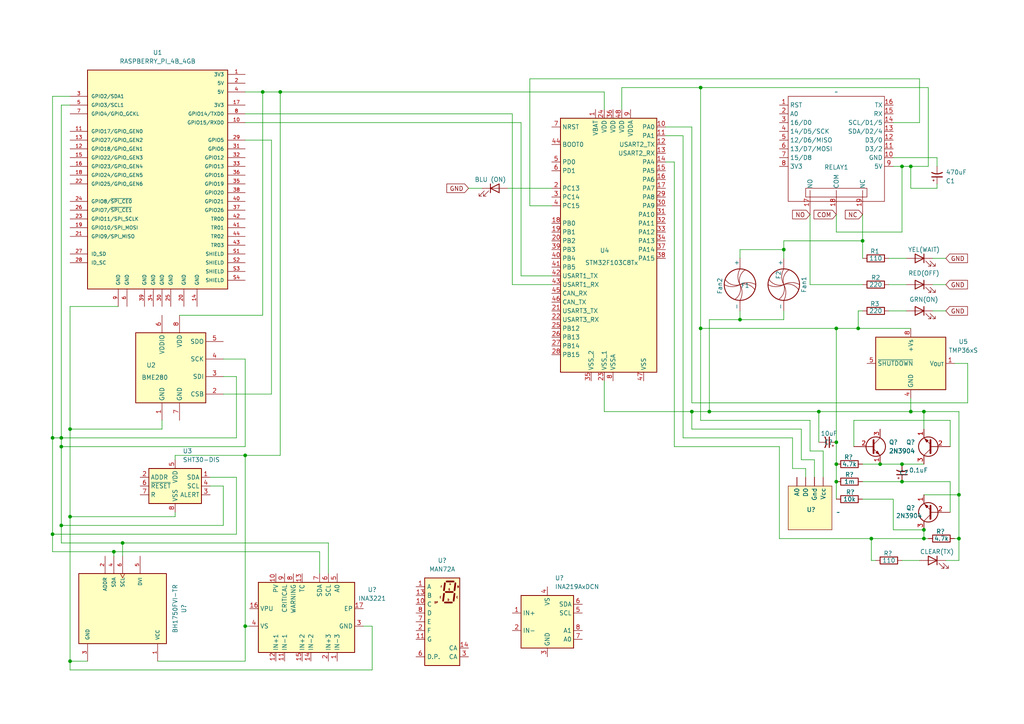
<source format=kicad_sch>
(kicad_sch (version 20231120) (generator "eeschema") (generator_version "8.0")
  (paper "A4")
  (lib_symbols
    (symbol "Device:C_Polarized_Small_US" (pin_numbers hide) (pin_names (offset 0.254) hide)
      (property "Reference" "C" (at 0.254 1.778 0))
      (property "Value" "C_Polarized_Small_US" (at 0.254 -2.032 0))
      (symbol "C_Polarized_Small_US_0_1"
        (polyline (pts (xy -1.524 0.508) (xy 1.524 0.508)) (stroke (width 0.3048)))
        (polyline (pts (xy -1.27 1.524) (xy -0.762 1.524)))
        (polyline (pts (xy -1.016 1.27) (xy -1.016 1.778)))
        (arc (start 1.524 -0.762) (mid 0 -0.3734) (end -1.524 -0.762) (stroke (width 0.3048)))
      )
      (symbol "C_Polarized_Small_US_1_1"
        (pin passive line (at 0 2.54 270) (length 2.032) (name "~") (number "1"))
        (pin passive line (at 0 -2.54 90) (length 2.032) (name "~") (number "2"))
      )
    )
    (symbol "Device:LED" (pin_numbers hide) (pin_names (offset 1.016) hide)
      (property "Reference" "D" (at 0 2.54 0))
      (property "Value" "LED" (at 0 -2.54 0))
      (symbol "LED_0_1"
        (polyline (pts (xy -1.27 -1.27) (xy -1.27 1.27)) (stroke (width 0.254)))
        (polyline (pts (xy -1.27 0) (xy 1.27 0)))
        (polyline (pts (xy 1.27 -1.27) (xy 1.27 1.27) (xy -1.27 0) (xy 1.27 -1.27)) (stroke (width 0.254)))
        (polyline (pts (xy -3.048 -0.762) (xy -4.572 -2.286) (xy -3.81 -2.286) (xy -4.572 -2.286) (xy -4.572 -1.524)))
        (polyline (pts (xy -1.778 -0.762) (xy -3.302 -2.286) (xy -2.54 -2.286) (xy -3.302 -2.286) (xy -3.302 -1.524)))
      )
      (symbol "LED_1_1"
        (pin passive line (at -3.81 0 0) (length 2.54) (name "K") (number "1"))
        (pin passive line (at 3.81 0 180) (length 2.54) (name "A") (number "2"))
      )
    )
    (symbol "Device:R" (pin_numbers hide) (pin_names (offset 0))
      (property "Reference" "R" (at 2.032 0 90))
      (property "Value" "R" (at 0 0 90))
      (symbol "R_0_1"
        (rectangle (start -1.016 -2.54) (end 1.016 2.54) (stroke (width 0.254)))
      )
      (symbol "R_1_1"
        (pin passive line (at 0 3.81 270) (length 1.27) (name "~") (number "1"))
        (pin passive line (at 0 -3.81 90) (length 1.27) (name "~") (number "2"))
      )
    )
    (symbol "Display_Character:MAN72A" (pin_names (offset 0.635))
      (property "Reference" "U" (at -2.54 13.97 0))
      (property "Value" "MAN72A" (at 2.794 -14.224 0))
      (symbol "MAN72A_0_0"
        (text "A" (at 2.286 10.922 0) (effects (font (size 0.508 0.508))))
        (text "B" (at 4.572 10.16 0) (effects (font (size 0.508 0.508))))
        (text "C" (at 4.318 7.112 0) (effects (font (size 0.508 0.508))))
        (text "D" (at 1.778 6.35 0) (effects (font (size 0.508 0.508))))
        (text "DP" (at -1.778 5.588 0) (effects (font (size 0.508 0.508))))
        (text "E" (at -0.508 7.112 0) (effects (font (size 0.508 0.508))))
        (text "F" (at -0.254 10.16 0) (effects (font (size 0.508 0.508))))
        (text "G" (at 2.032 9.398 0) (effects (font (size 0.508 0.508))))
      )
      (symbol "MAN72A_0_1"
        (rectangle (start -5.08 12.7) (end 5.08 -12.7) (stroke (width 0.254)) (fill (type background)))
        (polyline (pts (xy -0.762 5.588) (xy -0.762 5.588)) (stroke (width 0.508)))
        (polyline (pts (xy 0.508 8.128) (xy 0.254 6.096)) (stroke (width 0.508)))
        (polyline (pts (xy 0.762 5.588) (xy 2.794 5.588)) (stroke (width 0.508)))
        (polyline (pts (xy 0.762 11.176) (xy 0.508 9.144)) (stroke (width 0.508)))
        (polyline (pts (xy 1.016 8.636) (xy 3.048 8.636)) (stroke (width 0.508)))
        (polyline (pts (xy 1.27 11.684) (xy 3.302 11.684)) (stroke (width 0.508)))
        (polyline (pts (xy 3.556 8.128) (xy 3.302 6.096)) (stroke (width 0.508)))
        (polyline (pts (xy 3.81 11.176) (xy 3.556 9.144)) (stroke (width 0.508)))
      )
      (symbol "MAN72A_1_1"
        (pin input line (at -7.62 10.16 0) (length 2.54) (name "A") (number "1"))
        (pin input line (at -7.62 5.08 0) (length 2.54) (name "C") (number "10"))
        (pin input line (at -7.62 -5.08 0) (length 2.54) (name "G") (number "11"))
        (pin no_connect line (at 5.08 -5.08 180) (length 2.54) hide (name "NC") (number "12"))
        (pin input line (at -7.62 7.62 0) (length 2.54) (name "B") (number "13"))
        (pin input line (at 7.62 -7.62 180) (length 2.54) (name "CA") (number "14"))
        (pin input line (at -7.62 -2.54 0) (length 2.54) (name "F") (number "2"))
        (pin input line (at 7.62 -10.16 180) (length 2.54) (name "CA") (number "3"))
        (pin no_connect line (at 5.08 2.54 180) (length 2.54) hide (name "NC") (number "4"))
        (pin no_connect line (at 5.08 0 180) (length 2.54) hide (name "NC") (number "5"))
        (pin input line (at -7.62 -10.16 0) (length 2.54) (name "D.P.") (number "6"))
        (pin input line (at -7.62 0 0) (length 2.54) (name "E") (number "7"))
        (pin input line (at -7.62 2.54 0) (length 2.54) (name "D") (number "8"))
        (pin no_connect line (at 5.08 -2.54 180) (length 2.54) hide (name "NC") (number "9"))
      )
    )
    (symbol "MCU_ST_STM32F1:STM32F103C8Tx"
      (property "Reference" "U?" (at 4.7341 -38.1 0))
      (property "Value" "STM32F103C8Tx" (at -4.318 -20.066 0))
      (symbol "STM32F103C8Tx_0_1"
        (rectangle (start -12.7 38.1) (end 15.24 -35.56) (stroke (width 0.254)) (fill (type background)))
      )
      (symbol "STM32F103C8Tx_1_1"
        (pin power_in line (at -2.54 40.64 270) (length 2.54) (name "VBAT") (number "1"))
        (pin bidirectional line (at 17.78 35.56 180) (length 2.54) (name "PA0") (number "10"))
        (pin bidirectional line (at 17.78 33.02 180) (length 2.54) (name "PA1") (number "11"))
        (pin bidirectional line (at 17.78 30.48 180) (length 2.54) (name "PA2") (number "12") (alternate "USART2_TX" bidirectional line))
        (pin bidirectional line (at 17.78 27.94 180) (length 2.54) (name "PA3") (number "13") (alternate "USART2_RX" bidirectional line))
        (pin bidirectional line (at 17.78 25.4 180) (length 2.54) (name "PA4") (number "14"))
        (pin bidirectional line (at 17.78 22.86 180) (length 2.54) (name "PA5") (number "15"))
        (pin bidirectional line (at 17.78 20.32 180) (length 2.54) (name "PA6") (number "16"))
        (pin bidirectional line (at 17.78 17.78 180) (length 2.54) (name "PA7") (number "17"))
        (pin bidirectional line (at -15.24 7.62 0) (length 2.54) (name "PB0") (number "18"))
        (pin bidirectional line (at -15.24 5.08 0) (length 2.54) (name "PB1") (number "19"))
        (pin bidirectional line (at -15.24 17.78 0) (length 2.54) (name "PC13") (number "2"))
        (pin bidirectional line (at -15.24 2.54 0) (length 2.54) (name "PB2") (number "20"))
        (pin bidirectional line (at -15.24 -17.78 0) (length 2.54) (name "PB10") (number "21") (alternate "USART3_TX" bidirectional line))
        (pin bidirectional line (at -15.24 -20.32 0) (length 2.54) (name "PB11") (number "22") (alternate "USART3_RX" bidirectional line))
        (pin power_in line (at 0 -38.1 90) (length 2.54) (name "VSS_1") (number "23"))
        (pin power_in line (at 0 40.64 270) (length 2.54) (name "VDD") (number "24"))
        (pin bidirectional line (at -15.24 -22.86 0) (length 2.54) (name "PB12") (number "25"))
        (pin bidirectional line (at -15.24 -25.4 0) (length 2.54) (name "PB13") (number "26"))
        (pin bidirectional line (at -15.24 -27.94 0) (length 2.54) (name "PB14") (number "27"))
        (pin bidirectional line (at -15.24 -30.48 0) (length 2.54) (name "PB15") (number "28"))
        (pin bidirectional line (at 17.78 15.24 180) (length 2.54) (name "PA8") (number "29"))
        (pin bidirectional line (at -15.24 15.24 0) (length 2.54) (name "PC14") (number "3"))
        (pin bidirectional line (at 17.78 12.7 180) (length 2.54) (name "PA9") (number "30") (alternate "USART1_TX" bidirectional line))
        (pin bidirectional line (at 17.78 10.16 180) (length 2.54) (name "PA10") (number "31") (alternate "USART1_RX" bidirectional line))
        (pin bidirectional line (at 17.78 7.62 180) (length 2.54) (name "PA11") (number "32") (alternate "CAN_RX" bidirectional line))
        (pin bidirectional line (at 17.78 5.08 180) (length 2.54) (name "PA12") (number "33") (alternate "CAN_TX" bidirectional line))
        (pin bidirectional line (at 17.78 2.54 180) (length 2.54) (name "PA13") (number "34"))
        (pin power_in line (at -3.81 -38.1 90) (length 2.54) (name "VSS_2") (number "35"))
        (pin power_in line (at 2.54 40.64 270) (length 2.54) (name "VDD") (number "36"))
        (pin bidirectional line (at 17.78 0 180) (length 2.54) (name "PA14") (number "37"))
        (pin bidirectional line (at 17.78 -2.54 180) (length 2.54) (name "PA15") (number "38"))
        (pin bidirectional line (at -15.24 0 0) (length 2.54) (name "PB3") (number "39"))
        (pin bidirectional line (at -15.24 12.7 0) (length 2.54) (name "PC15") (number "4"))
        (pin bidirectional line (at -15.24 -2.54 0) (length 2.54) (name "PB4") (number "40"))
        (pin bidirectional line (at -15.24 -5.08 0) (length 2.54) (name "PB5") (number "41"))
        (pin bidirectional line (at -15.24 -7.62 0) (length 2.54) (name "PB6") (number "42") (alternate "USART1_TX" bidirectional line))
        (pin bidirectional line (at -15.24 -10.16 0) (length 2.54) (name "PB7") (number "43") (alternate "USART1_RX" bidirectional line))
        (pin input line (at -15.24 30.48 0) (length 2.54) (name "BOOT0") (number "44"))
        (pin bidirectional line (at -15.24 -12.7 0) (length 2.54) (name "PB8") (number "45") (alternate "CAN_RX" bidirectional line))
        (pin bidirectional line (at -15.24 -15.24 0) (length 2.54) (name "PB9") (number "46") (alternate "CAN_TX" bidirectional line))
        (pin power_in line (at 11.43 -38.1 90) (length 2.54) (name "VSS") (number "47"))
        (pin power_in line (at 5.08 40.64 270) (length 2.54) (name "VDD") (number "48"))
        (pin bidirectional line (at -15.24 25.4 0) (length 2.54) (name "PD0") (number "5"))
        (pin bidirectional line (at -15.24 22.86 0) (length 2.54) (name "PD1") (number "6"))
        (pin input line (at -15.24 35.56 0) (length 2.54) (name "NRST") (number "7"))
        (pin power_in line (at 2.54 -38.1 90) (length 2.54) (name "VSSA") (number "8"))
        (pin power_in line (at 7.62 40.64 270) (length 2.54) (name "VDDA") (number "9"))
      )
    )
    (symbol "Motor:Fan_ALT" (pin_numbers hide) (pin_names (offset 0))
      (property "Reference" "M" (at 3.81 5.08 0))
      (property "Value" "Fan_ALT" (at 3.81 2.54 0))
      (symbol "Fan_ALT_0_1"
        (arc (start -4.572 0) (mid -2.286 -0.5988) (end 0 0))
        (arc (start -4.318 1.524) (mid -2.4153 0.0291) (end 0 0))
        (arc (start -1.524 -4.318) (mid -0.0291 -2.4153) (end 0 0))
        (arc (start 0 -4.572) (mid 0.5988 -2.286) (end 0 0))
        (polyline (pts (xy 0 -5.08) (xy 0 -4.572)))
        (polyline (pts (xy 0 4.572) (xy 0 5.08)))
        (circle (center 0 0) (radius 4.572) (stroke (width 0.254)))
        (arc (start 0 4.572) (mid -0.5988 2.286) (end 0 0))
        (arc (start 1.524 4.318) (mid 0.0291 2.4153) (end 0 0))
        (arc (start 4.318 -1.524) (mid 2.4153 -0.0291) (end 0 0))
        (arc (start 4.572 0) (mid 2.286 0.5988) (end 0 0))
      )
      (symbol "Fan_ALT_1_1"
        (pin passive line (at 0 7.62 270) (length 2.54) (name "+") (number "1"))
        (pin passive line (at 0 -7.62 90) (length 2.54) (name "-") (number "2"))
      )
    )
    (symbol "Power_Management:INA3221"
      (property "Reference" "U" (at -10.16 17.78 0))
      (property "Value" "INA3221" (at 5.08 17.78 0))
      (symbol "INA3221_0_1"
        (rectangle (start 10.16 -12.7) (end -10.16 15.24) (stroke (width 0.254)) (fill (type background)))
      )
      (symbol "INA3221_1_1"
        (pin input line (at -12.7 -7.62 0) (length 2.54) (name "IN-3") (number "1"))
        (pin open_collector line (at 12.7 10.16 180) (length 2.54) (name "PV") (number "10"))
        (pin input line (at -12.7 7.62 0) (length 2.54) (name "IN-1") (number "11"))
        (pin input line (at -12.7 10.16 0) (length 2.54) (name "IN+1") (number "12"))
        (pin open_collector line (at 12.7 2.54 180) (length 2.54) (name "TC") (number "13"))
        (pin input line (at -12.7 0 0) (length 2.54) (name "IN-2") (number "14"))
        (pin input line (at -12.7 2.54 0) (length 2.54) (name "IN+2") (number "15"))
        (pin power_in line (at 2.54 17.78 270) (length 2.54) (name "VPU") (number "16"))
        (pin passive line (at 2.54 -15.24 90) (length 2.54) (name "EP") (number "17"))
        (pin input line (at -12.7 -5.08 0) (length 2.54) (name "IN+3") (number "2"))
        (pin power_in line (at -2.54 -15.24 90) (length 2.54) (name "GND") (number "3"))
        (pin power_in line (at -2.54 17.78 270) (length 2.54) (name "VS") (number "4"))
        (pin input line (at 12.7 -7.62 180) (length 2.54) (name "A0") (number "5"))
        (pin input line (at 12.7 -5.08 180) (length 2.54) (name "SCL") (number "6"))
        (pin bidirectional line (at 12.7 -2.54 180) (length 2.54) (name "SDA") (number "7"))
        (pin open_collector line (at 12.7 5.08 180) (length 2.54) (name "WARNING") (number "8"))
        (pin open_collector line (at 12.7 7.62 180) (length 2.54) (name "CRITICAL") (number "9"))
      )
    )
    (symbol "Sensor:BME280"
      (property "Reference" "U" (at -8.89 11.43 0))
      (property "Value" "BME280" (at 7.62 11.43 0))
      (symbol "BME280_0_1"
        (rectangle (start -10.16 10.16) (end 10.16 -10.16) (stroke (width 0.254)) (fill (type background)))
      )
      (symbol "BME280_1_1"
        (pin power_in line (at -2.54 -15.24 90) (length 5.08) (name "GND") (number "1"))
        (pin input line (at 15.24 -7.62 180) (length 5.08) (name "CSB") (number "2"))
        (pin bidirectional line (at 15.24 -2.54 180) (length 5.08) (name "SDI") (number "3"))
        (pin input line (at 15.24 2.54 180) (length 5.08) (name "SCK") (number "4"))
        (pin bidirectional line (at 15.24 7.62 180) (length 5.08) (name "SDO") (number "5"))
        (pin power_in line (at -2.54 15.24 270) (length 5.08) (name "VDDIO") (number "6"))
        (pin power_in line (at 2.54 -15.24 90) (length 5.08) (name "GND") (number "7"))
        (pin power_in line (at 2.54 15.24 270) (length 5.08) (name "VDD") (number "8"))
      )
    )
    (symbol "Sensor_Energy:INA219AxDCN"
      (property "Reference" "U" (at -6.35 8.89 0))
      (property "Value" "INA219AxDCN" (at 6.35 8.89 0))
      (symbol "INA219AxDCN_0_1"
        (rectangle (start -7.62 7.62) (end 7.62 -7.62) (stroke (width 0.254)) (fill (type background)))
      )
      (symbol "INA219AxDCN_1_1"
        (pin input line (at -10.16 2.54 0) (length 2.54) (name "IN+") (number "1"))
        (pin input line (at -10.16 -2.54 0) (length 2.54) (name "IN-") (number "2"))
        (pin power_in line (at 0 -10.16 90) (length 2.54) (name "GND") (number "3"))
        (pin power_in line (at 0 10.16 270) (length 2.54) (name "VS") (number "4"))
        (pin input line (at 10.16 2.54 180) (length 2.54) (name "SCL") (number "5"))
        (pin bidirectional line (at 10.16 5.08 180) (length 2.54) (name "SDA") (number "6"))
        (pin input line (at 10.16 -5.08 180) (length 2.54) (name "A0") (number "7"))
        (pin input line (at 10.16 -2.54 180) (length 2.54) (name "A1") (number "8"))
      )
    )
    (symbol "Sensor_Humidity:SHT30-DIS"
      (property "Reference" "U" (at -6.35 6.35 0))
      (property "Value" "SHT30-DIS" (at 6.35 6.35 0))
      (symbol "SHT30-DIS_0_1"
        (rectangle (start -7.62 5.08) (end 7.62 -5.08) (stroke (width 0.254)) (fill (type background)))
      )
      (symbol "SHT30-DIS_1_1"
        (pin bidirectional line (at 10.16 2.54 180) (length 2.54) (name "SDA") (number "1"))
        (pin input line (at -10.16 2.54 0) (length 2.54) (name "ADDR") (number "2"))
        (pin output line (at 10.16 -2.54 180) (length 2.54) (name "ALERT") (number "3"))
        (pin input line (at 10.16 0 180) (length 2.54) (name "SCL") (number "4"))
        (pin power_in line (at 0 7.62 270) (length 2.54) (name "VDD") (number "5"))
        (pin input line (at -10.16 0 0) (length 2.54) (name "~{RESET}") (number "6"))
        (pin passive line (at -10.16 -2.54 0) (length 2.54) (name "R") (number "7"))
        (pin power_in line (at 0 -7.62 90) (length 2.54) (name "VSS") (number "8"))
        (pin passive line (at 0 -7.62 90) (length 2.54) hide (name "VSS") (number "9"))
      )
    )
    (symbol "Sensor_Temperature:TMP36xS"
      (property "Reference" "U" (at -8.89 8.89 0))
      (property "Value" "TMP36xS" (at 6.35 -8.89 0))
      (symbol "TMP36xS_0_1"
        (rectangle (start -10.16 7.62) (end 10.16 -7.62) (stroke (width 0.254)) (fill (type background)))
      )
      (symbol "TMP36xS_1_1"
        (pin output line (at 12.7 0 180) (length 2.54) (name "V_{OUT}") (number "1"))
        (pin power_in line (at 0 -10.16 90) (length 2.54) (name "GND") (number "4"))
        (pin input line (at -12.7 0 0) (length 2.54) (name "~{SHUTDOWN}") (number "5"))
        (pin power_in line (at 0 10.16 270) (length 2.54) (name "+Vs") (number "8"))
      )
    )
    (symbol "Transistor_BJT:2N3904" (pin_names (offset 0) hide)
      (property "Reference" "Q" (at 5.08 1.905 0))
      (property "Value" "2N3904" (at 5.08 0 0))
      (symbol "2N3904_0_1"
        (polyline (pts (xy 0.635 0.635) (xy 2.54 2.54)))
        (polyline (pts (xy 0.635 -0.635) (xy 2.54 -2.54) (xy 2.54 -2.54)))
        (polyline (pts (xy 0.635 1.905) (xy 0.635 -1.905) (xy 0.635 -1.905)) (stroke (width 0.508)))
        (polyline (pts (xy 1.27 -1.778) (xy 1.778 -1.27) (xy 2.286 -2.286) (xy 1.27 -1.778) (xy 1.27 -1.778)) (fill (type outline)))
        (circle (center 1.27 0) (radius 2.8194) (stroke (width 0.254)))
      )
      (symbol "2N3904_1_1"
        (pin passive line (at 2.54 -5.08 90) (length 2.54) (name "E") (number "1"))
        (pin passive line (at -5.08 0 0) (length 5.715) (name "B") (number "2"))
        (pin passive line (at 2.54 5.08 270) (length 2.54) (name "C") (number "3"))
      )
    )
    (symbol "my_parts:BH1750FVI-TR" (pin_names (offset 1.016))
      (property "Reference" "U" (at -10.1737 13.462 0))
      (property "Value" "BH1750FVI-TR" (at -9.922 -15.24 0))
      (symbol "BH1750FVI-TR_0_0"
        (rectangle (start -10.16 -12.7) (end 10.16 12.7) (stroke (width 0.254)) (fill (type background)))
        (pin power_in line (at 15.24 10.16 180) (length 5.08) (name "VCC") (number "1"))
        (pin input line (at -15.24 -5.08 0) (length 5.08) (name "ADDR") (number "2"))
        (pin power_in line (at 15.24 -10.16 180) (length 5.08) (name "GND") (number "3"))
        (pin bidirectional line (at -15.24 -2.54 0) (length 5.08) (name "SDA") (number "4"))
        (pin input line (at -15.24 5.08 0) (length 5.08) (name "DVI") (number "5"))
        (pin input clock (at -15.24 0 0) (length 5.08) (name "SCL") (number "6"))
      )
    )
    (symbol "my_parts:MQ-6-FF"
      (property "Reference" "U" (at 0 0 0))
      (symbol "MQ-6-FF_1_1"
        (rectangle (start -6.35 6.35) (end 6.35 -6.35) (fill (type background)))
        (pin output line (at -8.89 -3.81 0) (length 2.54) (name "A0") (number ""))
        (pin output line (at -8.89 -1.27 0) (length 2.54) (name "D0") (number ""))
        (pin input line (at -8.89 1.27 0) (length 2.54) (name "Gnd") (number ""))
        (pin input line (at -8.89 3.81 0) (length 2.54) (name "Vcc") (number ""))
      )
    )
    (symbol "my_parts:RASPBERRY_PI_4B_4GB" (pin_names (offset 1.016))
      (property "Reference" "U?" (at 0 38.1 0))
      (property "Value" "RASPBERRY_PI_4B_4GB" (at 0 35.56 0))
      (symbol "RASPBERRY_PI_4B_4GB_0_0"
        (rectangle (start -20.32 33.02) (end 20.32 -30.48) (stroke (width 0.254)) (fill (type background)))
        (pin power_in line (at 25.4 31.75 180) (length 5.08) (name "3V3") (number "1"))
        (pin bidirectional line (at 25.4 17.78 180) (length 5.08) (name "GPIO15/RXD0") (number "10"))
        (pin bidirectional line (at -25.4 15.24 0) (length 5.08) (name "GPIO17/GPIO_GEN0") (number "11"))
        (pin bidirectional line (at -25.4 10.16 0) (length 5.08) (name "GPIO18/GPIO_GEN1") (number "12"))
        (pin bidirectional line (at -25.4 12.7 0) (length 5.08) (name "GPIO27/GPIO_GEN2") (number "13"))
        (pin power_in line (at 11.43 -35.56 90) (length 5.08) (name "GND") (number "14"))
        (pin bidirectional line (at -25.4 7.62 0) (length 5.08) (name "GPIO22/GPIO_GEN3") (number "15"))
        (pin bidirectional line (at -25.4 5.08 0) (length 5.08) (name "GPIO23/GPIO_GEN4") (number "16"))
        (pin power_in line (at 25.4 22.86 180) (length 5.08) (name "3V3") (number "17"))
        (pin bidirectional line (at -25.4 2.54 0) (length 5.08) (name "GPIO24/GPIO_GEN5") (number "18"))
        (pin bidirectional line (at -25.4 -12.7 0) (length 5.08) (name "GPIO10/SPI_MOSI") (number "19"))
        (pin power_in line (at 7.62 -35.56 90) (length 5.08) (name "GND") (number "20"))
        (pin bidirectional line (at -25.4 -15.24 0) (length 5.08) (name "GPIO9/SPI_MISO") (number "21"))
        (pin bidirectional line (at -25.4 0 0) (length 5.08) (name "GPIO25/GPIO_GEN6") (number "22"))
        (pin bidirectional line (at -25.4 -10.16 0) (length 5.08) (name "GPIO11/SPI_SCLK") (number "23"))
        (pin bidirectional line (at -25.4 -5.08 0) (length 5.08) (name "GPIO8/~{SPI_CE0}") (number "24"))
        (pin power_in line (at 3.81 -35.56 90) (length 5.08) (name "GND") (number "25"))
        (pin bidirectional line (at -25.4 -7.62 0) (length 5.08) (name "GPIO7/~{SPI_CE1}") (number "26"))
        (pin bidirectional line (at -25.4 -20.32 0) (length 5.08) (name "ID_SD") (number "27"))
        (pin bidirectional line (at -25.4 -22.86 0) (length 5.08) (name "ID_SC") (number "28"))
        (pin bidirectional line (at 25.4 12.7 180) (length 5.08) (name "GPIO5") (number "29"))
        (pin bidirectional line (at -25.4 25.4 0) (length 5.08) (name "GPIO2/SDA1") (number "3"))
        (pin power_in line (at 1.27 -35.56 90) (length 5.08) (name "GND") (number "30"))
        (pin bidirectional line (at 25.4 10.16 180) (length 5.08) (name "GPIO6") (number "31"))
        (pin bidirectional line (at 25.4 7.62 180) (length 5.08) (name "GPIO12") (number "32"))
        (pin bidirectional line (at 25.4 5.08 180) (length 5.08) (name "GPIO13") (number "33"))
        (pin power_in line (at -1.27 -35.56 90) (length 5.08) (name "GND") (number "34"))
        (pin bidirectional line (at 25.4 0 180) (length 5.08) (name "GPIO19") (number "35"))
        (pin bidirectional line (at 25.4 2.54 180) (length 5.08) (name "GPIO16") (number "36"))
        (pin bidirectional line (at 25.4 -7.62 180) (length 5.08) (name "GPIO26") (number "37"))
        (pin bidirectional line (at 25.4 -2.54 180) (length 5.08) (name "GPIO20") (number "38"))
        (pin power_in line (at -3.81 -35.56 90) (length 5.08) (name "GND") (number "39"))
        (pin power_in line (at 25.4 26.67 180) (length 5.08) (name "5V") (number "4"))
        (pin bidirectional line (at 25.4 -5.08 180) (length 5.08) (name "GPIO21") (number "40"))
        (pin bidirectional line (at 25.4 -12.7 180) (length 5.08) (name "TR01") (number "41"))
        (pin bidirectional line (at 25.4 -10.16 180) (length 5.08) (name "TR00") (number "42"))
        (pin bidirectional line (at 25.4 -17.78 180) (length 5.08) (name "TR03") (number "43"))
        (pin bidirectional line (at 25.4 -15.24 180) (length 5.08) (name "TR02") (number "44"))
        (pin bidirectional line (at -25.4 22.86 0) (length 5.08) (name "GPIO3/SCL1") (number "5"))
        (pin power_in line (at -8.89 -35.56 90) (length 5.08) (name "GND") (number "6"))
        (pin bidirectional line (at -25.4 20.32 0) (length 5.08) (name "GPIO4/GPIO_GCKL") (number "7"))
        (pin bidirectional line (at 25.4 20.32 180) (length 5.08) (name "GPIO14/TXD0") (number "8"))
        (pin power_in line (at -11.43 -35.56 90) (length 5.08) (name "GND") (number "9"))
        (pin power_in line (at 25.4 -22.86 180) (length 5.08) (name "SHIELD") (number "S2"))
        (pin power_in line (at 25.4 -25.4 180) (length 5.08) (name "SHIELD") (number "S3"))
        (pin power_in line (at 25.4 -27.94 180) (length 5.08) (name "SHIELD") (number "S4"))
      )
      (symbol "RASPBERRY_PI_4B_4GB_1_0"
        (pin power_in line (at 25.4 29.21 180) (length 5.08) (name "5V") (number "2"))
        (pin power_in line (at 25.4 -20.32 180) (length 5.08) (name "SHIELD") (number "S1"))
      )
    )
    (symbol "my_parts:wemos_relay"
      (property "Reference" "D1" (at 0 0 0))
      (symbol "wemos_relay_0_1"
        (rectangle (start -13.97 15.24) (end 13.97 -15.24))
        (rectangle (start -8.89 -11.43) (end 8.89 -13.97))
      )
      (symbol "wemos_relay_1_1"
        (pin input line (at -16.51 12.7 0) (length 2.54) (name "RST") (number "1"))
        (pin input line (at 16.51 -2.54 180) (length 2.54) (name "GND") (number "10"))
        (pin input line (at 16.51 0 180) (length 2.54) (name "D3/2") (number "11"))
        (pin input line (at 16.51 2.54 180) (length 2.54) (name "D3/0") (number "12"))
        (pin input line (at 16.51 5.08 180) (length 2.54) (name "SDA/D2/4") (number "13"))
        (pin input line (at 16.51 7.62 180) (length 2.54) (name "SCL/D1/5") (number "14"))
        (pin input line (at 16.51 10.16 180) (length 2.54) (name "RX") (number "15"))
        (pin input line (at 16.51 12.7 180) (length 2.54) (name "TX") (number "16"))
        (pin input line (at -7.62 -19.05 90) (length 7) (name "NO") (number "17"))
        (pin input line (at 0 -19.05 90) (length 7) (name "COM") (number "18"))
        (pin input line (at 7.62 -19.05 90) (length 7) (name "NC") (number "19"))
        (pin input line (at -16.51 10.16 0) (length 2.54) (name "A0") (number "2"))
        (pin input line (at -16.51 7.62 0) (length 2.54) (name "16/D0") (number "3"))
        (pin input line (at -16.51 5.08 0) (length 2.54) (name "14/D5/SCK") (number "4"))
        (pin input line (at -16.51 2.54 0) (length 2.54) (name "12/D6/MISO") (number "5"))
        (pin input line (at -16.51 0 0) (length 2.54) (name "13/D7/MOSI") (number "6"))
        (pin input line (at -16.51 -2.54 0) (length 2.54) (name "15/D8") (number "7"))
        (pin input line (at -16.51 -5.08 0) (length 2.54) (name "3V3") (number "8"))
        (pin input line (at 16.51 -5.08 180) (length 2.54) (name "5V") (number "9"))
      )
    )
  )
  (junction (at 20.32 124.46))
  (junction (at 203.2 95.25))
  (junction (at 71.12 181.61))
  (junction (at 15.24 127))
  (junction (at 200.66 119.38))
  (junction (at 267.97 153.67))
  (junction (at 261.62 139.7))
  (junction (at 278.13 143.51))
  (junction (at 203.2 25.4))
  (junction (at 15.24 154.94))
  (junction (at 20.32 191.77))
  (junction (at 267.97 119.38))
  (junction (at 214.63 92.71))
  (junction (at 264.16 119.38))
  (junction (at 278.13 156.21))
  (junction (at 33.02 160.02))
  (junction (at 255.27 134.62))
  (junction (at 20.32 149.86))
  (junction (at 261.62 134.62))
  (junction (at 248.92 95.25))
  (junction (at 242.57 128.27))
  (junction (at 17.78 152.4))
  (junction (at 227.33 72.39))
  (junction (at 242.57 134.62))
  (junction (at 267.97 156.21))
  (junction (at 17.78 129.54))
  (junction (at 242.57 95.25))
  (junction (at 264.16 48.26))
  (junction (at 81.28 26.67))
  (junction (at 261.62 48.26))
  (junction (at 17.78 127))
  (junction (at 76.2 26.67))
  (junction (at 242.57 139.7))
  (junction (at 205.74 119.38))
  (junction (at 250.19 69.85))
  (junction (at 237.49 119.38))
  (junction (at 252.73 156.21))
  (junction (at 35.56 157.48))
  (junction (at 71.12 132.08))
  (wire (pts (xy 71.12 33.02) (xy 148.59 33.02)))
  (wire (pts (xy 50.8 132.08) (xy 50.8 133.35)))
  (wire (pts (xy 259.08 45.72) (xy 271.78 45.72)))
  (wire (pts (xy 20.32 124.46) (xy 46.99 124.46)))
  (wire (pts (xy 262.89 82.55) (xy 257.81 82.55)))
  (wire (pts (xy 200.66 119.38) (xy 205.74 119.38)))
  (wire (pts (xy 242.57 67.31) (xy 242.57 62.23)))
  (wire (pts (xy 232.41 133.35) (xy 236.22 133.35)))
  (wire (pts (xy 71.12 181.61) (xy 71.12 191.77)))
  (wire (pts (xy 254 162.56) (xy 252.73 162.56)))
  (wire (pts (xy 64.77 140.97) (xy 64.77 152.4)))
  (wire (pts (xy 148.59 82.55) (xy 160.02 82.55)))
  (wire (pts (xy 233.68 138.43) (xy 233.68 135.89)))
  (wire (pts (xy 33.02 160.02) (xy 15.24 160.02)))
  (wire (pts (xy 203.2 25.4) (xy 180.34 25.4)))
  (wire (pts (xy 242.57 128.27) (xy 242.57 134.62)))
  (wire (pts (xy 266.7 22.86) (xy 266.7 35.56)))
  (wire (pts (xy 81.28 132.08) (xy 71.12 132.08)))
  (wire (pts (xy 200.66 116.84) (xy 280.67 116.84)))
  (wire (pts (xy 264.16 54.61) (xy 264.16 48.26)))
  (wire (pts (xy 227.33 69.85) (xy 227.33 72.39)))
  (wire (pts (xy 147.32 54.61) (xy 160.02 54.61)))
  (wire (pts (xy 71.12 129.54) (xy 17.78 129.54)))
  (wire (pts (xy 81.28 26.67) (xy 175.26 26.67)))
  (wire (pts (xy 20.32 88.9) (xy 34.29 88.9)))
  (wire (pts (xy 262.89 74.93) (xy 257.81 74.93)))
  (wire (pts (xy 250.19 69.85) (xy 250.19 74.93)))
  (wire (pts (xy 46.99 121.92) (xy 46.99 124.46)))
  (wire (pts (xy 195.58 46.99) (xy 193.04 46.99)))
  (wire (pts (xy 250.19 144.78) (xy 259.08 144.78)))
  (wire (pts (xy 274.32 82.55) (xy 270.51 82.55)))
  (wire (pts (xy 255.27 134.62) (xy 261.62 134.62)))
  (wire (pts (xy 153.67 59.69) (xy 153.67 22.86)))
  (wire (pts (xy 259.08 144.78) (xy 259.08 153.67)))
  (wire (pts (xy 200.66 119.38) (xy 200.66 124.46)))
  (wire (pts (xy 280.67 105.41) (xy 276.86 105.41)))
  (wire (pts (xy 17.78 157.48) (xy 17.78 152.4)))
  (wire (pts (xy 214.63 72.39) (xy 214.63 74.93)))
  (wire (pts (xy 17.78 30.48) (xy 20.32 30.48)))
  (wire (pts (xy 248.92 90.17) (xy 248.92 95.25)))
  (wire (pts (xy 276.86 156.21) (xy 278.13 156.21)))
  (wire (pts (xy 20.32 27.94) (xy 15.24 27.94)))
  (wire (pts (xy 274.32 74.93) (xy 270.51 74.93)))
  (wire (pts (xy 20.32 149.86) (xy 50.8 149.86)))
  (wire (pts (xy 35.56 157.48) (xy 95.25 157.48)))
  (wire (pts (xy 227.33 90.17) (xy 227.33 92.71)))
  (wire (pts (xy 107.95 181.61) (xy 107.95 194.31)))
  (wire (pts (xy 151.13 35.56) (xy 71.12 35.56)))
  (wire (pts (xy 160.02 59.69) (xy 153.67 59.69)))
  (wire (pts (xy 278.13 143.51) (xy 278.13 156.21)))
  (wire (pts (xy 76.2 26.67) (xy 81.28 26.67)))
  (wire (pts (xy 20.32 194.31) (xy 20.32 191.77)))
  (wire (pts (xy 76.2 91.44) (xy 76.2 26.67)))
  (wire (pts (xy 214.63 72.39) (xy 227.33 72.39)))
  (wire (pts (xy 262.89 90.17) (xy 257.81 90.17)))
  (wire (pts (xy 71.12 132.08) (xy 71.12 181.61)))
  (wire (pts (xy 78.74 40.64) (xy 71.12 40.64)))
  (wire (pts (xy 68.58 154.94) (xy 68.58 138.43)))
  (wire (pts (xy 148.59 33.02) (xy 148.59 82.55)))
  (wire (pts (xy 250.19 62.23) (xy 250.19 69.85)))
  (wire (pts (xy 237.49 119.38) (xy 237.49 128.27)))
  (wire (pts (xy 71.12 132.08) (xy 50.8 132.08)))
  (wire (pts (xy 71.12 191.77) (xy 45.72 191.77)))
  (wire (pts (xy 20.32 149.86) (xy 20.32 191.77)))
  (wire (pts (xy 248.92 95.25) (xy 264.16 95.25)))
  (wire (pts (xy 15.24 160.02) (xy 15.24 154.94)))
  (wire (pts (xy 193.04 39.37) (xy 198.12 39.37)))
  (wire (pts (xy 278.13 119.38) (xy 267.97 119.38)))
  (wire (pts (xy 267.97 119.38) (xy 267.97 124.46)))
  (wire (pts (xy 68.58 109.22) (xy 64.77 109.22)))
  (wire (pts (xy 203.2 95.25) (xy 203.2 121.92)))
  (wire (pts (xy 71.12 104.14) (xy 71.12 129.54)))
  (wire (pts (xy 238.76 138.43) (xy 238.76 130.81)))
  (wire (pts (xy 107.95 194.31) (xy 20.32 194.31)))
  (wire (pts (xy 71.12 104.14) (xy 64.77 104.14)))
  (wire (pts (xy 20.32 149.86) (xy 20.32 124.46)))
  (wire (pts (xy 269.24 25.4) (xy 269.24 48.26)))
  (wire (pts (xy 33.02 161.29) (xy 33.02 160.02)))
  (wire (pts (xy 278.13 162.56) (xy 274.32 162.56)))
  (wire (pts (xy 68.58 127) (xy 17.78 127)))
  (wire (pts (xy 250.19 134.62) (xy 255.27 134.62)))
  (wire (pts (xy 261.62 48.26) (xy 261.62 67.31)))
  (wire (pts (xy 20.32 88.9) (xy 20.32 124.46)))
  (wire (pts (xy 60.96 140.97) (xy 64.77 140.97)))
  (wire (pts (xy 195.58 129.54) (xy 195.58 46.99)))
  (wire (pts (xy 242.57 134.62) (xy 242.57 139.7)))
  (wire (pts (xy 151.13 80.01) (xy 160.02 80.01)))
  (wire (pts (xy 15.24 127) (xy 15.24 154.94)))
  (wire (pts (xy 71.12 26.67) (xy 76.2 26.67)))
  (wire (pts (xy 17.78 127) (xy 17.78 30.48)))
  (wire (pts (xy 17.78 152.4) (xy 17.78 129.54)))
  (wire (pts (xy 234.95 62.23) (xy 234.95 82.55)))
  (wire (pts (xy 247.65 129.54) (xy 247.65 121.92)))
  (wire (pts (xy 15.24 27.94) (xy 15.24 127)))
  (wire (pts (xy 271.78 54.61) (xy 271.78 53.34)))
  (wire (pts (xy 271.78 45.72) (xy 271.78 48.26)))
  (wire (pts (xy 175.26 110.49) (xy 175.26 119.38)))
  (wire (pts (xy 205.74 92.71) (xy 214.63 92.71)))
  (wire (pts (xy 242.57 67.31) (xy 261.62 67.31)))
  (wire (pts (xy 264.16 119.38) (xy 267.97 119.38)))
  (wire (pts (xy 275.59 121.92) (xy 275.59 129.54)))
  (wire (pts (xy 175.26 26.67) (xy 175.26 31.75)))
  (wire (pts (xy 248.92 95.25) (xy 242.57 95.25)))
  (wire (pts (xy 267.97 143.51) (xy 278.13 143.51)))
  (wire (pts (xy 227.33 69.85) (xy 250.19 69.85)))
  (wire (pts (xy 233.68 135.89) (xy 229.87 135.89)))
  (wire (pts (xy 193.04 36.83) (xy 200.66 36.83)))
  (wire (pts (xy 35.56 161.29) (xy 35.56 157.48)))
  (wire (pts (xy 20.32 191.77) (xy 25.4 191.77)))
  (wire (pts (xy 261.62 134.62) (xy 267.97 134.62)))
  (wire (pts (xy 180.34 25.4) (xy 180.34 31.75)))
  (wire (pts (xy 95.25 166.37) (xy 95.25 157.48)))
  (wire (pts (xy 237.49 119.38) (xy 264.16 119.38)))
  (wire (pts (xy 234.95 121.92) (xy 203.2 121.92)))
  (wire (pts (xy 264.16 48.26) (xy 269.24 48.26)))
  (wire (pts (xy 203.2 25.4) (xy 269.24 25.4)))
  (wire (pts (xy 247.65 121.92) (xy 275.59 121.92)))
  (wire (pts (xy 214.63 90.17) (xy 214.63 92.71)))
  (wire (pts (xy 250.19 139.7) (xy 261.62 139.7)))
  (wire (pts (xy 236.22 133.35) (xy 236.22 138.43)))
  (wire (pts (xy 278.13 156.21) (xy 278.13 162.56)))
  (wire (pts (xy 275.59 139.7) (xy 261.62 139.7)))
  (wire (pts (xy 50.8 149.86) (xy 50.8 148.59)))
  (wire (pts (xy 264.16 115.57) (xy 264.16 119.38)))
  (wire (pts (xy 259.08 48.26) (xy 261.62 48.26)))
  (wire (pts (xy 105.41 181.61) (xy 107.95 181.61)))
  (wire (pts (xy 278.13 119.38) (xy 278.13 143.51)))
  (wire (pts (xy 198.12 127) (xy 229.87 127)))
  (wire (pts (xy 234.95 130.81) (xy 234.95 121.92)))
  (wire (pts (xy 242.57 95.25) (xy 242.57 128.27)))
  (wire (pts (xy 226.06 156.21) (xy 226.06 129.54)))
  (wire (pts (xy 33.02 160.02) (xy 92.71 160.02)))
  (wire (pts (xy 242.57 139.7) (xy 242.57 144.78)))
  (wire (pts (xy 252.73 156.21) (xy 267.97 156.21)))
  (wire (pts (xy 68.58 138.43) (xy 60.96 138.43)))
  (wire (pts (xy 135.89 54.61) (xy 139.7 54.61)))
  (wire (pts (xy 259.08 153.67) (xy 267.97 153.67)))
  (wire (pts (xy 261.62 48.26) (xy 264.16 48.26)))
  (wire (pts (xy 275.59 139.7) (xy 275.59 148.59)))
  (wire (pts (xy 92.71 166.37) (xy 92.71 160.02)))
  (wire (pts (xy 267.97 153.67) (xy 267.97 156.21)))
  (wire (pts (xy 226.06 156.21) (xy 252.73 156.21)))
  (wire (pts (xy 35.56 157.48) (xy 17.78 157.48)))
  (wire (pts (xy 175.26 119.38) (xy 200.66 119.38)))
  (wire (pts (xy 271.78 54.61) (xy 264.16 54.61)))
  (wire (pts (xy 214.63 92.71) (xy 227.33 92.71)))
  (wire (pts (xy 81.28 26.67) (xy 81.28 132.08)))
  (wire (pts (xy 200.66 124.46) (xy 232.41 124.46)))
  (wire (pts (xy 250.19 90.17) (xy 248.92 90.17)))
  (wire (pts (xy 52.07 91.44) (xy 76.2 91.44)))
  (wire (pts (xy 266.7 35.56) (xy 259.08 35.56)))
  (wire (pts (xy 274.32 90.17) (xy 270.51 90.17)))
  (wire (pts (xy 64.77 114.3) (xy 78.74 114.3)))
  (wire (pts (xy 229.87 135.89) (xy 229.87 127)))
  (wire (pts (xy 238.76 130.81) (xy 234.95 130.81)))
  (wire (pts (xy 151.13 35.56) (xy 151.13 80.01)))
  (wire (pts (xy 71.12 181.61) (xy 72.39 181.61)))
  (wire (pts (xy 68.58 109.22) (xy 68.58 127)))
  (wire (pts (xy 203.2 95.25) (xy 242.57 95.25)))
  (wire (pts (xy 17.78 127) (xy 15.24 127)))
  (wire (pts (xy 280.67 116.84) (xy 280.67 105.41)))
  (wire (pts (xy 252.73 162.56) (xy 252.73 156.21)))
  (wire (pts (xy 232.41 124.46) (xy 232.41 133.35)))
  (wire (pts (xy 203.2 25.4) (xy 203.2 95.25)))
  (wire (pts (xy 266.7 162.56) (xy 261.62 162.56)))
  (wire (pts (xy 250.19 82.55) (xy 234.95 82.55)))
  (wire (pts (xy 205.74 119.38) (xy 237.49 119.38)))
  (wire (pts (xy 198.12 39.37) (xy 198.12 127)))
  (wire (pts (xy 267.97 156.21) (xy 269.24 156.21)))
  (wire (pts (xy 17.78 127) (xy 17.78 129.54)))
  (wire (pts (xy 227.33 72.39) (xy 227.33 74.93)))
  (wire (pts (xy 200.66 36.83) (xy 200.66 116.84)))
  (wire (pts (xy 15.24 154.94) (xy 68.58 154.94)))
  (wire (pts (xy 226.06 129.54) (xy 195.58 129.54)))
  (wire (pts (xy 64.77 152.4) (xy 17.78 152.4)))
  (wire (pts (xy 78.74 114.3) (xy 78.74 40.64)))
  (wire (pts (xy 153.67 22.86) (xy 266.7 22.86)))
  (wire (pts (xy 205.74 92.71) (xy 205.74 119.38)))
  (global_label "GND" (shape input) (at 135.89 54.61 180) (property "Intersheetrefs" "${INTERSHEET_REFS}" (effects (hide yes))))
  (global_label "GND" (shape input) (at 274.32 82.55 0) (property "Intersheetrefs" "${INTERSHEET_REFS}" (effects (hide yes))))
  (global_label "COM" (shape input) (at 242.57 62.23 180) (property "Intersheetrefs" "${INTERSHEET_REFS}" (effects (hide yes))))
  (global_label "NO" (shape input) (at 234.95 62.23 180) (property "Intersheetrefs" "${INTERSHEET_REFS}" (effects (hide yes))))
  (global_label "GND" (shape input) (at 274.32 74.93 0) (property "Intersheetrefs" "${INTERSHEET_REFS}" (effects (hide yes))))
  (global_label "GND" (shape input) (at 274.32 90.17 0) (property "Intersheetrefs" "${INTERSHEET_REFS}" (effects (hide yes))))
  (global_label "NC" (shape input) (at 250.19 62.23 180) (property "Intersheetrefs" "${INTERSHEET_REFS}" (effects (hide yes))))
  (symbol (lib_id "Device:LED") (at 266.7 74.93 0) (mirror y) (unit 1)
    (property "Reference" "D1" (effects (hide yes)))
    (property "Value" "YEL(WAIT)" (at 267.97 72.39 0))
    (property "Footprint" "LED_SMD:LED-APA102-2020" (effects (hide yes)))
    (property "Description" "Light emitting diode" (effects (hide yes)))
  )
  (symbol (lib_id "Transistor_BJT:2N3904") (at 270.51 148.59 180) (unit 1)
    (property "Reference" "Q?" (at 265.43 147.3199 0) (effects (justify left)))
    (property "Value" "2N3904" (at 267.462 149.606 0) (effects (justify left)))
    (property "Footprint" "Package_TO_SOT_THT:TO-92_Inline" (effects (hide yes)))
    (property "Datasheet" "https://www.onsemi.com/pub/Collateral/2N3903-D.PDF" (effects (hide yes)))
    (property "Description" "0.2A Ic, 40V Vce, Small Signal NPN Transistor, TO-92" (effects (hide yes)))
  )
  (symbol (lib_id "Transistor_BJT:2N3904") (at 270.51 129.54 180) (unit 1)
    (property "Reference" "Q?" (at 265.43 128.2699 0) (effects (justify left)))
    (property "Value" "2N3904" (at 265.43 130.8099 0) (effects (justify left)))
    (property "Footprint" "Package_TO_SOT_THT:TO-92_Inline" (effects (hide yes)))
    (property "Datasheet" "https://www.onsemi.com/pub/Collateral/2N3903-D.PDF" (effects (hide yes)))
    (property "Description" "0.2A Ic, 40V Vce, Small Signal NPN Transistor, TO-92" (effects (hide yes)))
  )
  (symbol (lib_id "Device:LED") (at 270.51 162.56 0) (mirror y) (unit 1)
    (property "Reference" "D?" (effects (hide yes)))
    (property "Value" "CLEAR(TX)" (at 271.78 160.02 0))
    (property "Footprint" "LED_SMD:LED-APA102-2020" (effects (hide yes)))
    (property "Description" "Light emitting diode" (effects (hide yes)))
  )
  (symbol (lib_id "Display_Character:MAN72A") (at 128.27 180.34 0) (unit 1)
    (property "Reference" "U?" (at 128.27 162.56 0))
    (property "Value" "MAN72A" (at 128.27 165.1 0))
    (property "Footprint" "Display_7Segment:MAN72A" (effects (hide yes)))
    (property "Datasheet" "https://www.digchip.com/datasheets/parts/datasheet/161/MAN3640A-pdf.php" (effects (hide yes)))
    (property "Description" "Single digit 7 segment red LED common anode left hand decimal" (effects (hide yes)))
  )
  (symbol (lib_id "Device:R") (at 246.38 134.62 90) (mirror x) (unit 1)
    (property "Reference" "R?" (at 246.126 132.588 90))
    (property "Value" "4.7k" (at 246.38 134.62 90))
    (property "Footprint" "OptoDevice:R_LDR_4.9x4.2mm_P2.54mm_Vertical" (effects (hide yes)))
    (property "Description" "Resistor" (effects (hide yes)))
  )
  (symbol (lib_id "Device:LED") (at 266.7 90.17 0) (mirror y) (unit 1)
    (property "Reference" "D3" (effects (hide yes)))
    (property "Value" "GRN(ON)" (at 267.97 86.868 0))
    (property "Footprint" "LED_SMD:LED-APA102-2020" (effects (hide yes)))
    (property "Description" "Light emitting diode" (effects (hide yes)))
  )
  (symbol (lib_id "my_parts:wemos_relay") (at 242.57 43.18 0) (unit 1)
    (property "Reference" "RELAY1" (at 242.57 48.514 0))
    (property "Value" "~" (at 242.57 26.67 0))
  )
  (symbol (lib_id "Power_Management:INA3221") (at 90.17 179.07 90) (unit 1)
    (property "Reference" "U?" (at 107.95 171.0338 90))
    (property "Value" "INA3221" (at 107.95 173.5738 90))
    (property "Footprint" "Package_DFN_QFN:Texas_RGV0016A_VQFN-16-1EP_4x4mm_P0.65mm_EP2.1x2.1mm" (effects (hide yes)))
    (property "Datasheet" "http://www.ti.com/lit/ds/symlink/ina3221.pdf" (effects (hide yes)))
    (property "Description" "Triple-Channel High-Side Shunt and Bus Voltage Monitor with I2C and SMBUS Compatible Interface, QFN-16" (effects (hide yes)))
  )
  (symbol (lib_id "my_parts:BH1750FVI-TR") (at 35.56 176.53 270) (unit 1)
    (property "Reference" "U?" (at 53.34 176.53 0))
    (property "Value" "BH1750FVI-TR" (at 50.8 176.53 0))
    (property "Footprint" "BH1750FVI-TR:XDCR_BH1750FVI-TR" (effects (hide yes)))
    (property "MF" "Rohm" (effects (hide yes)))
    (property "MAXIMUM_PACKAGE_HEIGHT" "0.75mm" (effects (hide yes)))
    (property "Package" "SMD-6 ROHM Semiconductor" (effects (hide yes)))
    (property "Price" "None" (effects (hide yes)))
    (property "Check_prices" "https://www.snapeda.com/parts/BH1750FVI-TR/Rohm/view-part/?ref=eda" (effects (hide yes)))
    (property "STANDARD" "Manufacturer recommendations" (effects (hide yes)))
    (property "PARTREV" "D" (effects (hide yes)))
    (property "SnapEDA_Link" "https://www.snapeda.com/parts/BH1750FVI-TR/Rohm/view-part/?ref=snap" (effects (hide yes)))
    (property "MP" "BH1750FVI-TR" (effects (hide yes)))
    (property "Purchase-URL" "https://www.snapeda.com/api/url_track_click_mouser/?unipart_id=106507&manufacturer=Rohm&part_name=BH1750FVI-TR&search_term=None" (effects (hide yes)))
    (property "Description_1" "\nOptical Sensor Ambient 560nm I2C 6-SMD, Flat Lead Exposed Pad\n" (effects (hide yes)))
    (property "Availability" "In Stock" (effects (hide yes)))
    (property "MANUFACTURER" "Rohm" (effects (hide yes)))
  )
  (symbol (lib_name "my_parts:MQ-6-FF") (lib_id "my_parts:MQ-6-FF") (at 234.95 147.32 270) (unit 1)
    (property "Reference" "U?" (at 233.934 147.828 90) (effects (justify left)))
    (property "Value" "~" (at 242.57 148.59 90) (effects (justify left)))
  )
  (symbol (lib_id "Device:R") (at 257.81 162.56 90) (mirror x) (unit 1)
    (property "Reference" "R?" (at 257.556 160.528 90))
    (property "Value" "110" (at 257.81 162.56 90))
    (property "Footprint" "OptoDevice:R_LDR_4.9x4.2mm_P2.54mm_Vertical" (effects (hide yes)))
    (property "Description" "Resistor" (effects (hide yes)))
  )
  (symbol (lib_id "Device:R") (at 273.05 156.21 90) (mirror x) (unit 1)
    (property "Reference" "R?" (at 272.796 154.178 90))
    (property "Value" "4.7k" (at 273.05 156.21 90))
    (property "Footprint" "OptoDevice:R_LDR_4.9x4.2mm_P2.54mm_Vertical" (effects (hide yes)))
    (property "Description" "Resistor" (effects (hide yes)))
  )
  (symbol (lib_id "Transistor_BJT:2N3904") (at 252.73 129.54 0) (unit 1)
    (property "Reference" "Q?" (at 257.81 128.2699 0) (effects (justify left)))
    (property "Value" "2N3904" (at 257.81 130.8099 0) (effects (justify left)))
    (property "Footprint" "Package_TO_SOT_THT:TO-92_Inline" (effects (hide yes)))
    (property "Datasheet" "https://www.onsemi.com/pub/Collateral/2N3903-D.PDF" (effects (hide yes)))
    (property "Description" "0.2A Ic, 40V Vce, Small Signal NPN Transistor, TO-92" (effects (hide yes)))
  )
  (symbol (lib_id "Sensor_Energy:INA219AxDCN") (at 158.75 180.34 0) (unit 1)
    (property "Reference" "U?" (at 160.9441 167.64 0) (effects (justify left)))
    (property "Value" "INA219AxDCN" (at 160.9441 170.18 0) (effects (justify left)))
    (property "Footprint" "Package_TO_SOT_SMD:SOT-23-8" (effects (hide yes)))
    (property "Datasheet" "http://www.ti.com/lit/ds/symlink/ina219.pdf" (effects (hide yes)))
    (property "Description" "Zero-Drift, Bidirectional Current/Power Monitor (0-26V) With I2C Interface, SOT-23-8" (effects (hide yes)))
  )
  (symbol (lib_id "Motor:Fan_ALT") (at 214.63 82.55 0) (unit 1)
    (property "Reference" "F1" (at 214.884 82.804 0) (effects (justify left)))
    (property "Value" "Fan2" (at 208.788 85.344 90) (effects (justify left)))
    (property "Footprint" "Connector_PinHeader_2.54mm:PinHeader_1x01_P2.54mm_Horizontal" (effects (hide yes)))
    (property "Description" "Fan without PWM or tach, alternative symbol" (effects (hide yes)))
  )
  (symbol (lib_id "Sensor_Humidity:SHT30-DIS") (at 50.8 140.97 0) (unit 1)
    (property "Reference" "U3" (at 52.9941 130.81 0) (effects (justify left)))
    (property "Value" "SHT30-DIS" (at 52.9941 133.35 0) (effects (justify left)))
    (property "Footprint" "Sensor_Humidity:Sensirion_DFN-8-1EP_2.5x2.5mm_P0.5mm_EP1.1x1.7mm" (effects (hide yes)))
    (property "Datasheet" "https://www.sensirion.com/fileadmin/user_upload/customers/sensirion/Dokumente/2_Humidity_Sensors/Datasheets/Sensirion_Humidity_Sensors_SHT3x_Datasheet_digital.pdf" (effects (hide yes)))
    (property "Description" "I²C humidity and temperature sensor, ±2%RH, ±0.2°C, DFN-8" (effects (hide yes)))
  )
  (symbol (lib_id "MCU_ST_STM32F1:STM32F103C8Tx") (at 175.26 72.39 0) (unit 1)
    (property "Reference" "U4" (at 173.99 72.644 0) (effects (justify left)))
    (property "Value" "STM32F103C8Tx" (at 169.672 76.2 0) (effects (justify left)))
    (property "Footprint" "Package_QFP:LQFP-48_7x7mm_P0.5mm" (effects (hide yes)))
    (property "Datasheet" "https://www.st.com/resource/en/datasheet/stm32f103c8.pdf" (effects (hide yes)))
    (property "Description" "STMicroelectronics Arm Cortex-M3 MCU, 64KB flash, 20KB RAM, 72 MHz, 2.0-3.6V, 37 GPIO, LQFP48" (effects (hide yes)))
    (pin "46" (alternate "CAN_TX"))
    (pin "45" (alternate "CAN_RX"))
    (pin "42" (alternate "USART1_TX"))
    (pin "22" (alternate "USART3_RX"))
    (pin "21" (alternate "USART3_TX"))
    (pin "43" (alternate "USART1_RX"))
    (pin "13" (alternate "USART2_RX"))
    (pin "12" (alternate "USART2_TX"))
  )
  (symbol (lib_id "Device:LED") (at 143.51 54.61 0) (unit 1)
    (property "Reference" "D?" (effects (hide yes)))
    (property "Value" "BLU (ON)" (at 142.24 52.07 0))
    (property "Footprint" "LED_SMD:LED-APA102-2020" (effects (hide yes)))
    (property "Description" "Light emitting diode" (effects (hide yes)))
  )
  (symbol (lib_id "Device:R") (at 246.38 139.7 90) (mirror x) (unit 1)
    (property "Reference" "R?" (at 246.38 137.668 90))
    (property "Value" "1m" (at 246.38 139.7 90))
    (property "Footprint" "OptoDevice:R_LDR_4.9x4.2mm_P2.54mm_Vertical" (effects (hide yes)))
    (property "Description" "Resistor" (effects (hide yes)))
  )
  (symbol (lib_id "Device:C_Polarized_Small_US") (at 271.78 50.8 0) (mirror x) (unit 1)
    (property "Reference" "C1" (at 274.32 52.5019 0) (effects (justify left)))
    (property "Value" "470uF" (at 274.32 49.9619 0) (effects (justify left)))
    (property "Footprint" "Capacitor_SMD:CP_Elec_3x5.3" (effects (hide yes)))
    (property "Description" "Polarized capacitor, small US symbol" (effects (hide yes)))
  )
  (symbol (lib_id "Device:R") (at 246.38 144.78 90) (mirror x) (unit 1)
    (property "Reference" "R?" (at 246.634 142.748 90))
    (property "Value" "10k" (at 246.38 144.78 90))
    (property "Footprint" "OptoDevice:R_LDR_4.9x4.2mm_P2.54mm_Vertical" (effects (hide yes)))
    (property "Description" "Resistor" (effects (hide yes)))
  )
  (symbol (lib_id "Device:R") (at 254 82.55 90) (mirror x) (unit 1)
    (property "Reference" "R2" (at 254 80.518 90))
    (property "Value" "220" (at 254 82.55 90))
    (property "Footprint" "OptoDevice:R_LDR_4.9x4.2mm_P2.54mm_Vertical" (effects (hide yes)))
    (property "Description" "Resistor" (effects (hide yes)))
  )
  (symbol (lib_id "my_parts:RASPBERRY_PI_4B_4GB") (at 45.72 53.34 0) (unit 1)
    (property "Reference" "U1" (at 45.72 15.24 0))
    (property "Value" "RASPBERRY_PI_4B_4GB" (at 45.72 17.78 0))
    (property "MF" "Raspberry Pi" (effects (hide yes)))
    (property "MAXIMUM_PACKAGE_HEIGHT" "16 mm" (effects (hide yes)))
    (property "Package" "None" (effects (hide yes)))
    (property "Price" "None" (effects (hide yes)))
    (property "STANDARD" "Manufacturer Recommendations" (effects (hide yes)))
    (property "PARTREV" "4" (effects (hide yes)))
    (property "MP" "RASPBERRY PI 4B/4GB" (effects (hide yes)))
    (property "MANUFACTURER" "Raspberry Pi" (effects (hide yes)))
    (property "Availability" "In Stock" (effects (hide yes)))
    (property "SNAPEDA_PN" "RASPBERRY PI 4B/4GB" (effects (hide yes)))
  )
  (symbol (lib_id "Device:C_Polarized_Small_US") (at 261.62 137.16 0) (mirror x) (unit 1)
    (property "Reference" "C?" (at 260.858 137.16 0) (effects (justify left)))
    (property "Value" "0.1uF" (at 263.652 136.398 0) (effects (justify left)))
    (property "Footprint" "Capacitor_SMD:CP_Elec_3x5.3" (effects (hide yes)))
    (property "Description" "Polarized capacitor, small US symbol" (effects (hide yes)))
  )
  (symbol (lib_id "Device:C_Polarized_Small_US") (at 240.03 128.27 270) (mirror x) (unit 1)
    (property "Reference" "C?" (at 239.014 128.27 90) (effects (justify left)))
    (property "Value" "10uF" (at 237.998 125.73 90) (effects (justify left)))
    (property "Footprint" "Capacitor_SMD:CP_Elec_3x5.3" (effects (hide yes)))
    (property "Description" "Polarized capacitor, small US symbol" (effects (hide yes)))
  )
  (symbol (lib_id "Device:R") (at 254 90.17 90) (mirror x) (unit 1)
    (property "Reference" "R3" (at 253.746 88.138 90))
    (property "Value" "220" (at 254 90.17 90))
    (property "Footprint" "OptoDevice:R_LDR_4.9x4.2mm_P2.54mm_Vertical" (effects (hide yes)))
    (property "Description" "Resistor" (effects (hide yes)))
  )
  (symbol (lib_id "Sensor_Temperature:TMP36xS") (at 264.16 105.41 0) (unit 1)
    (property "Reference" "U5" (at 279.4 99.0914 0))
    (property "Value" "TMP36xS" (at 279.4 101.6314 0))
    (property "Footprint" "Package_SO:SOIC-8_3.9x4.9mm_P1.27mm" (effects (hide yes)))
    (property "Datasheet" "https://www.analog.com/media/en/technical-documentation/data-sheets/TMP35_36_37.pdf" (effects (hide yes)))
    (property "Description" "Low Voltage Temperature Sensor, SOIC-8" (effects (hide yes)))
  )
  (symbol (lib_id "Device:R") (at 254 74.93 90) (mirror x) (unit 1)
    (property "Reference" "R1" (at 253.746 72.898 90))
    (property "Value" "110" (at 254 74.93 90))
    (property "Footprint" "OptoDevice:R_LDR_4.9x4.2mm_P2.54mm_Vertical" (effects (hide yes)))
    (property "Description" "Resistor" (effects (hide yes)))
  )
  (symbol (lib_id "Device:LED") (at 266.7 82.55 0) (mirror y) (unit 1)
    (property "Reference" "D2" (effects (hide yes)))
    (property "Value" "RED(OFF)" (at 267.97 79.248 0))
    (property "Footprint" "LED_SMD:LED-APA102-2020" (effects (hide yes)))
    (property "Description" "Light emitting diode" (effects (hide yes)))
  )
  (symbol (lib_id "Motor:Fan_ALT") (at 227.33 82.55 0) (unit 1)
    (property "Reference" "F2" (at 225.806 79.756 90))
    (property "Value" "Fan1" (at 233.172 82.55 90))
    (property "Footprint" "Connector_PinHeader_2.54mm:PinHeader_1x01_P2.54mm_Horizontal" (effects (hide yes)))
    (property "Description" "Fan without PWM or tach, alternative symbol" (effects (hide yes)))
  )
  (symbol (lib_id "Sensor:BME280") (at 49.53 106.68 0) (unit 1)
    (property "Reference" "U2" (at 45.212 105.918 0) (effects (justify right)))
    (property "Value" "BME280" (at 48.768 109.474 0) (effects (justify right)))
    (property "Footprint" "Package_LGA:Bosch_LGA-8_2.5x2.5mm_P0.65mm_ClockwisePinNumbering" (effects (hide yes)))
    (property "Datasheet" "https://www.bosch-sensortec.com/media/boschsensortec/downloads/datasheets/bst-bme280-ds002.pdf" (effects (hide yes)))
    (property "Description" "3-in-1 sensor, humidity, pressure, temperature, I2C and SPI interface, 1.71-3.6V, LGA-8" (effects (hide yes)))
  )
)
</source>
